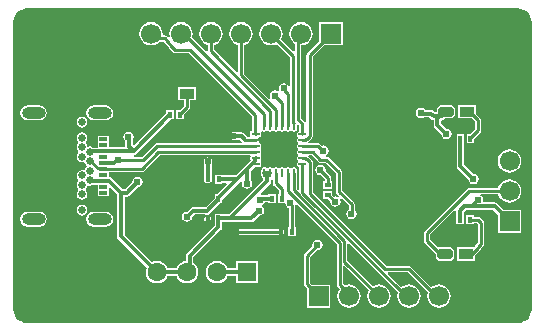
<source format=gtl>
G04*
G04 #@! TF.GenerationSoftware,Altium Limited,Altium Designer,21.0.8 (223)*
G04*
G04 Layer_Physical_Order=1*
G04 Layer_Color=255*
%FSLAX42Y42*%
%MOMM*%
G71*
G04*
G04 #@! TF.SameCoordinates,3342F10C-20B5-45E4-B721-DC8BC5ABD3D0*
G04*
G04*
G04 #@! TF.FilePolarity,Positive*
G04*
G01*
G75*
%ADD14C,0.25*%
G04:AMPARAMS|DCode=15|XSize=1.27mm|YSize=0.89mm|CornerRadius=0mm|HoleSize=0mm|Usage=FLASHONLY|Rotation=180.000|XOffset=0mm|YOffset=0mm|HoleType=Round|Shape=Octagon|*
%AMOCTAGOND15*
4,1,8,-0.64,0.22,-0.64,-0.22,-0.41,-0.44,0.41,-0.44,0.64,-0.22,0.64,0.22,0.41,0.44,-0.41,0.44,-0.64,0.22,0.0*
%
%ADD15OCTAGOND15*%

%ADD16R,1.27X0.89*%
%ADD17R,0.40X0.50*%
%ADD18R,0.50X0.40*%
%ADD19R,0.70X0.35*%
%ADD20R,0.70X0.25*%
%ADD21O,0.70X0.25*%
%ADD22O,0.25X0.70*%
%ADD39C,0.25*%
%ADD40C,0.38*%
%ADD41O,2.00X1.00*%
%ADD42C,0.65*%
%ADD43R,1.70X1.70*%
%ADD44C,1.70*%
%ADD45C,1.60*%
%ADD46R,1.60X1.60*%
%ADD47R,1.70X1.70*%
%ADD48C,0.61*%
G36*
X4101Y2662D02*
X4124Y2653D01*
X4145Y2639D01*
X4163Y2621D01*
X4177Y2600D01*
X4186Y2577D01*
X4191Y2553D01*
Y2540D01*
Y127D01*
Y114D01*
X4186Y90D01*
X4177Y67D01*
X4163Y46D01*
X4145Y28D01*
X4124Y14D01*
X4101Y5D01*
X4077Y0D01*
X-89D01*
X-113Y5D01*
X-136Y14D01*
X-157Y28D01*
X-175Y46D01*
X-189Y67D01*
X-198Y90D01*
X-203Y114D01*
Y127D01*
Y2540D01*
Y2553D01*
X-198Y2577D01*
X-189Y2600D01*
X-175Y2621D01*
X-157Y2639D01*
X-136Y2653D01*
X-113Y2662D01*
X-89Y2667D01*
X4077D01*
X4101Y2662D01*
D02*
G37*
%LPC*%
G36*
X2235Y2550D02*
X2210Y2546D01*
X2186Y2536D01*
X2166Y2521D01*
X2150Y2500D01*
X2140Y2477D01*
X2137Y2451D01*
X2140Y2426D01*
X2150Y2402D01*
X2166Y2381D01*
X2184Y2367D01*
Y2302D01*
X2172Y2297D01*
X2067Y2402D01*
X2076Y2426D01*
X2080Y2451D01*
X2076Y2477D01*
X2067Y2500D01*
X2051Y2521D01*
X2030Y2536D01*
X2007Y2546D01*
X1981Y2550D01*
X1956Y2546D01*
X1932Y2536D01*
X1912Y2521D01*
X1896Y2500D01*
X1886Y2477D01*
X1883Y2451D01*
X1886Y2426D01*
X1896Y2402D01*
X1912Y2381D01*
X1932Y2366D01*
X1956Y2356D01*
X1981Y2353D01*
X2007Y2356D01*
X2030Y2366D01*
X2146Y2250D01*
Y1992D01*
X2133Y1990D01*
X2130Y2004D01*
X2121Y2018D01*
X2107Y2028D01*
X2090Y2031D01*
X2073Y2028D01*
X2059Y2018D01*
X2049Y2004D01*
X2046Y1987D01*
X2049Y1972D01*
X2045Y1968D01*
X2038Y1963D01*
X2033Y1967D01*
X2017Y1970D01*
X2000Y1967D01*
X1985Y1957D01*
X1976Y1943D01*
X1973Y1926D01*
X1976Y1909D01*
X1978Y1905D01*
X1968Y1897D01*
X1753Y2113D01*
Y2356D01*
X1776Y2366D01*
X1797Y2381D01*
X1813Y2402D01*
X1822Y2426D01*
X1826Y2451D01*
X1822Y2477D01*
X1813Y2500D01*
X1797Y2521D01*
X1776Y2536D01*
X1753Y2546D01*
X1727Y2550D01*
X1702Y2546D01*
X1678Y2536D01*
X1658Y2521D01*
X1642Y2500D01*
X1632Y2477D01*
X1629Y2451D01*
X1632Y2426D01*
X1642Y2402D01*
X1658Y2381D01*
X1678Y2366D01*
X1701Y2356D01*
Y2127D01*
X1690Y2122D01*
X1499Y2313D01*
Y2356D01*
X1522Y2366D01*
X1543Y2381D01*
X1559Y2402D01*
X1568Y2426D01*
X1572Y2451D01*
X1568Y2477D01*
X1559Y2500D01*
X1543Y2521D01*
X1522Y2536D01*
X1499Y2546D01*
X1473Y2550D01*
X1448Y2546D01*
X1424Y2536D01*
X1404Y2521D01*
X1388Y2500D01*
X1378Y2477D01*
X1375Y2451D01*
X1378Y2426D01*
X1388Y2402D01*
X1404Y2381D01*
X1424Y2366D01*
X1447Y2356D01*
Y2303D01*
X1445Y2301D01*
X1435Y2297D01*
X1312Y2420D01*
X1314Y2426D01*
X1318Y2451D01*
X1314Y2477D01*
X1305Y2500D01*
X1289Y2521D01*
X1268Y2536D01*
X1245Y2546D01*
X1219Y2550D01*
X1194Y2546D01*
X1170Y2536D01*
X1150Y2521D01*
X1134Y2500D01*
X1124Y2477D01*
X1121Y2451D01*
X1123Y2432D01*
X1114Y2422D01*
X1112Y2421D01*
X1109Y2421D01*
X1109Y2421D01*
X1109Y2421D01*
X1101Y2429D01*
X1100Y2430D01*
X1093Y2434D01*
X1083Y2436D01*
X1071D01*
X1063Y2446D01*
X1064Y2451D01*
X1060Y2477D01*
X1051Y2500D01*
X1035Y2521D01*
X1014Y2536D01*
X991Y2546D01*
X965Y2550D01*
X940Y2546D01*
X916Y2536D01*
X896Y2521D01*
X880Y2500D01*
X870Y2477D01*
X867Y2451D01*
X870Y2426D01*
X880Y2402D01*
X896Y2381D01*
X916Y2366D01*
X940Y2356D01*
X965Y2353D01*
X991Y2356D01*
X1014Y2366D01*
X1035Y2381D01*
X1037Y2384D01*
X1072D01*
X1077Y2380D01*
X1116Y2330D01*
X1117Y2330D01*
X1117Y2329D01*
X1119Y2327D01*
X1120Y2326D01*
X1120Y2326D01*
X1153Y2293D01*
X1161Y2287D01*
X1171Y2286D01*
X1285D01*
X1821Y1749D01*
Y1623D01*
X1805D01*
Y1574D01*
X1787D01*
X1754Y1606D01*
X1744Y1613D01*
X1732Y1615D01*
X1679D01*
X1676Y1617D01*
X1664Y1620D01*
X1651Y1617D01*
X1641Y1610D01*
X1634Y1600D01*
X1631Y1588D01*
X1634Y1575D01*
X1641Y1565D01*
X1645Y1560D01*
X1656Y1553D01*
X1668Y1551D01*
X1718D01*
X1733Y1536D01*
X1727Y1524D01*
X1015D01*
X1005Y1522D01*
X997Y1516D01*
X891Y1410D01*
X822D01*
X821Y1423D01*
X830Y1425D01*
X841Y1432D01*
X1136Y1728D01*
X1161D01*
Y1803D01*
X1096D01*
Y1778D01*
X824Y1507D01*
X811Y1512D01*
Y1552D01*
X815Y1558D01*
X819Y1575D01*
X815Y1592D01*
X806Y1606D01*
X792Y1615D01*
X775Y1619D01*
X758Y1615D01*
X744Y1606D01*
X734Y1592D01*
X731Y1575D01*
X734Y1558D01*
X744Y1544D01*
X747Y1542D01*
Y1493D01*
X741Y1487D01*
X610D01*
Y1585D01*
X514D01*
Y1486D01*
X478D01*
X469Y1492D01*
X451Y1496D01*
X433Y1492D01*
X425Y1502D01*
X424Y1507D01*
X414Y1522D01*
X412Y1525D01*
Y1534D01*
X414Y1537D01*
X424Y1552D01*
X427Y1570D01*
X424Y1587D01*
X414Y1602D01*
X399Y1612D01*
X381Y1616D01*
X363Y1612D01*
X348Y1602D01*
X338Y1587D01*
X335Y1570D01*
X338Y1552D01*
X348Y1537D01*
X350Y1534D01*
Y1525D01*
X348Y1522D01*
X338Y1507D01*
X335Y1490D01*
X338Y1472D01*
X348Y1457D01*
X350Y1454D01*
Y1445D01*
X348Y1442D01*
X338Y1427D01*
X335Y1410D01*
X338Y1392D01*
X348Y1377D01*
X363Y1367D01*
X381Y1364D01*
X399Y1367D01*
X407Y1358D01*
X408Y1352D01*
X418Y1337D01*
X420Y1334D01*
Y1325D01*
X418Y1322D01*
X408Y1307D01*
X407Y1302D01*
X399Y1292D01*
X381Y1296D01*
X363Y1292D01*
X348Y1282D01*
X338Y1267D01*
X335Y1250D01*
X338Y1232D01*
X348Y1217D01*
X350Y1216D01*
Y1203D01*
X348Y1202D01*
X338Y1187D01*
X335Y1170D01*
X338Y1152D01*
X348Y1137D01*
X350Y1134D01*
Y1125D01*
X348Y1122D01*
X338Y1107D01*
X335Y1090D01*
X338Y1072D01*
X348Y1057D01*
X363Y1047D01*
X381Y1044D01*
X399Y1047D01*
X414Y1057D01*
X424Y1072D01*
X427Y1090D01*
X424Y1107D01*
X414Y1122D01*
X412Y1125D01*
Y1134D01*
X414Y1137D01*
X424Y1152D01*
X425Y1158D01*
X433Y1167D01*
X451Y1164D01*
X469Y1167D01*
X478Y1173D01*
X514D01*
Y1074D01*
X610D01*
Y1142D01*
X621Y1147D01*
X679Y1089D01*
Y737D01*
X681Y724D01*
X688Y714D01*
X932Y470D01*
X926Y456D01*
X923Y432D01*
X926Y408D01*
X935Y385D01*
X950Y366D01*
X969Y351D01*
X992Y341D01*
X1016Y338D01*
X1040Y341D01*
X1063Y351D01*
X1082Y366D01*
X1097Y385D01*
X1103Y399D01*
X1183D01*
X1189Y385D01*
X1204Y366D01*
X1223Y351D01*
X1246Y341D01*
X1270Y338D01*
X1294Y341D01*
X1317Y351D01*
X1336Y366D01*
X1351Y385D01*
X1360Y408D01*
X1364Y432D01*
X1360Y456D01*
X1351Y479D01*
X1336Y498D01*
X1325Y506D01*
Y556D01*
X1560Y790D01*
X1567Y800D01*
X1569Y813D01*
Y851D01*
X1569D01*
Y857D01*
X1816D01*
X1828Y859D01*
X1839Y866D01*
X1882Y909D01*
X1896Y912D01*
X1911Y921D01*
X1920Y936D01*
X1924Y952D01*
X1920Y969D01*
X1911Y984D01*
X1906Y987D01*
X1908Y1001D01*
X1909Y1001D01*
X1923Y1010D01*
X1931Y1022D01*
X1954D01*
Y1016D01*
X2020D01*
Y1092D01*
X1954D01*
Y1086D01*
X1908D01*
X1898Y1084D01*
X1897Y1084D01*
X1893Y1097D01*
X1973Y1178D01*
X1980Y1189D01*
X1983Y1201D01*
Y1218D01*
X1987Y1220D01*
X2000Y1213D01*
Y1183D01*
X2001Y1173D01*
X2007Y1165D01*
X2046Y1126D01*
Y1092D01*
X2039D01*
Y1016D01*
X2102D01*
X2102Y1016D01*
X2106Y999D01*
X2115Y985D01*
X2129Y975D01*
X2133Y975D01*
Y812D01*
X2126D01*
Y737D01*
X2192D01*
Y812D01*
X2185D01*
Y996D01*
X2187Y999D01*
X2188Y1003D01*
X2201Y1007D01*
X2540Y669D01*
Y326D01*
X2541Y317D01*
X2547Y308D01*
X2565Y290D01*
X2556Y278D01*
X2546Y254D01*
X2543Y229D01*
X2546Y203D01*
X2556Y179D01*
X2572Y159D01*
X2592Y143D01*
X2616Y133D01*
X2642Y130D01*
X2667Y133D01*
X2691Y143D01*
X2711Y159D01*
X2727Y179D01*
X2737Y203D01*
X2740Y229D01*
X2737Y254D01*
X2727Y278D01*
X2711Y298D01*
X2691Y314D01*
X2667Y324D01*
X2642Y327D01*
X2616Y324D01*
X2608Y320D01*
X2591Y337D01*
Y480D01*
X2603Y485D01*
X2810Y277D01*
X2800Y254D01*
X2797Y229D01*
X2800Y203D01*
X2810Y179D01*
X2826Y159D01*
X2846Y143D01*
X2870Y133D01*
X2896Y130D01*
X2921Y133D01*
X2945Y143D01*
X2965Y159D01*
X2981Y179D01*
X2991Y203D01*
X2994Y229D01*
X2991Y254D01*
X2981Y278D01*
X2965Y298D01*
X2945Y314D01*
X2921Y324D01*
X2896Y327D01*
X2870Y324D01*
X2847Y314D01*
X2629Y531D01*
Y670D01*
X2641Y675D01*
X3057Y260D01*
X3054Y254D01*
X3051Y229D01*
X3054Y203D01*
X3064Y179D01*
X3080Y159D01*
X3100Y143D01*
X3124Y133D01*
X3150Y130D01*
X3175Y133D01*
X3199Y143D01*
X3219Y159D01*
X3235Y179D01*
X3245Y203D01*
X3248Y229D01*
X3245Y254D01*
X3235Y278D01*
X3219Y298D01*
X3199Y314D01*
X3175Y324D01*
X3150Y327D01*
X3124Y324D01*
X3100Y314D01*
X3086Y303D01*
X2970Y420D01*
X2975Y431D01*
X3139D01*
X3311Y260D01*
X3308Y254D01*
X3305Y229D01*
X3308Y203D01*
X3318Y179D01*
X3334Y159D01*
X3354Y143D01*
X3378Y133D01*
X3404Y130D01*
X3429Y133D01*
X3453Y143D01*
X3473Y159D01*
X3489Y179D01*
X3499Y203D01*
X3502Y229D01*
X3499Y254D01*
X3489Y278D01*
X3473Y298D01*
X3453Y314D01*
X3429Y324D01*
X3404Y327D01*
X3378Y324D01*
X3354Y314D01*
X3340Y303D01*
X3168Y476D01*
X3160Y481D01*
X3150Y483D01*
X2960D01*
X2337Y1106D01*
Y1360D01*
X2335Y1370D01*
X2330Y1379D01*
X2304Y1404D01*
X2297Y1409D01*
X2296Y1411D01*
X2301Y1422D01*
X2326D01*
X2382Y1366D01*
X2390Y1360D01*
X2400Y1358D01*
X2440D01*
X2531Y1268D01*
Y1114D01*
X2533Y1104D01*
X2538Y1095D01*
X2559Y1075D01*
X2551Y1065D01*
X2544Y1069D01*
X2527Y1073D01*
X2518Y1071D01*
X2501Y1087D01*
Y1116D01*
X2426D01*
Y1051D01*
X2465D01*
X2484Y1032D01*
X2483Y1029D01*
X2487Y1012D01*
X2496Y998D01*
X2510Y988D01*
X2527Y985D01*
X2544Y988D01*
X2558Y998D01*
X2568Y1012D01*
X2571Y1029D01*
X2568Y1046D01*
X2564Y1052D01*
X2573Y1060D01*
X2638Y996D01*
Y958D01*
X2632Y954D01*
X2622Y940D01*
X2619Y923D01*
X2622Y906D01*
X2632Y892D01*
X2646Y882D01*
X2663Y879D01*
X2680Y882D01*
X2694Y892D01*
X2703Y906D01*
X2707Y923D01*
X2703Y940D01*
X2694Y954D01*
X2690Y957D01*
Y1006D01*
X2688Y1016D01*
X2682Y1025D01*
X2583Y1124D01*
Y1279D01*
X2581Y1289D01*
X2575Y1297D01*
X2469Y1403D01*
X2461Y1408D01*
X2451Y1410D01*
X2451D01*
X2447Y1423D01*
X2457Y1429D01*
X2466Y1444D01*
X2470Y1460D01*
X2466Y1477D01*
X2457Y1492D01*
X2443Y1501D01*
X2426Y1505D01*
X2414Y1502D01*
X2400Y1516D01*
X2391Y1522D01*
X2382Y1524D01*
X2301D01*
X2296Y1535D01*
X2297Y1536D01*
X2304Y1542D01*
X2327Y1564D01*
X2332Y1572D01*
X2334Y1582D01*
Y2259D01*
X2428Y2353D01*
X2587D01*
Y2549D01*
X2392D01*
Y2390D01*
X2290Y2289D01*
X2284Y2280D01*
X2282Y2270D01*
Y1706D01*
X2270Y1702D01*
X2266Y1707D01*
X2236Y1738D01*
Y2353D01*
X2261Y2356D01*
X2284Y2366D01*
X2305Y2381D01*
X2321Y2402D01*
X2330Y2426D01*
X2334Y2451D01*
X2330Y2477D01*
X2321Y2500D01*
X2305Y2521D01*
X2284Y2536D01*
X2261Y2546D01*
X2235Y2550D01*
D02*
G37*
G36*
X3515Y1848D02*
X3419D01*
X3391Y1819D01*
Y1785D01*
X3371D01*
X3360Y1797D01*
X3349Y1804D01*
X3337Y1806D01*
X3284D01*
X3282Y1809D01*
X3268Y1819D01*
X3251Y1822D01*
X3234Y1819D01*
X3220Y1809D01*
X3211Y1795D01*
X3207Y1778D01*
X3211Y1761D01*
X3220Y1747D01*
X3234Y1737D01*
X3251Y1734D01*
X3268Y1737D01*
X3274Y1741D01*
X3323D01*
X3335Y1730D01*
X3345Y1723D01*
X3358Y1720D01*
X3359D01*
Y1676D01*
X3361Y1664D01*
X3368Y1654D01*
X3424Y1598D01*
X3426Y1583D01*
X3436Y1569D01*
X3450Y1560D01*
X3467Y1556D01*
X3484Y1560D01*
X3498Y1569D01*
X3508Y1583D01*
X3511Y1600D01*
X3508Y1617D01*
X3498Y1631D01*
X3484Y1641D01*
X3469Y1644D01*
X3423Y1690D01*
Y1714D01*
X3430Y1720D01*
X3441Y1723D01*
X3452Y1730D01*
X3456Y1734D01*
X3515D01*
X3543Y1762D01*
Y1819D01*
X3515Y1848D01*
D02*
G37*
G36*
X1346Y2000D02*
X1194D01*
Y1886D01*
X1244D01*
Y1838D01*
X1209Y1803D01*
X1181D01*
Y1728D01*
X1246D01*
Y1766D01*
X1288Y1809D01*
X1294Y1817D01*
X1296Y1827D01*
Y1886D01*
X1346D01*
Y2000D01*
D02*
G37*
G36*
X581Y1844D02*
X481D01*
X457Y1839D01*
X436Y1825D01*
X422Y1804D01*
X417Y1780D01*
X422Y1755D01*
X436Y1734D01*
X457Y1721D01*
X481Y1716D01*
X581D01*
X605Y1721D01*
X626Y1734D01*
X640Y1755D01*
X645Y1780D01*
X640Y1804D01*
X626Y1825D01*
X605Y1839D01*
X581Y1844D01*
D02*
G37*
G36*
X21D02*
X-79D01*
X-103Y1839D01*
X-124Y1825D01*
X-138Y1804D01*
X-143Y1780D01*
X-138Y1755D01*
X-124Y1734D01*
X-103Y1721D01*
X-79Y1716D01*
X21D01*
X45Y1721D01*
X66Y1734D01*
X80Y1755D01*
X85Y1780D01*
X80Y1804D01*
X66Y1825D01*
X45Y1839D01*
X21Y1844D01*
D02*
G37*
G36*
X381Y1748D02*
X363Y1745D01*
X348Y1735D01*
X338Y1720D01*
X335Y1702D01*
X338Y1685D01*
X348Y1670D01*
X363Y1660D01*
X381Y1656D01*
X399Y1660D01*
X414Y1670D01*
X424Y1685D01*
X427Y1702D01*
X424Y1720D01*
X414Y1735D01*
X399Y1745D01*
X381Y1748D01*
D02*
G37*
G36*
X3721Y1848D02*
X3569D01*
Y1734D01*
X3684D01*
X3708Y1710D01*
Y1641D01*
X3666Y1600D01*
X3638D01*
Y1524D01*
X3703D01*
Y1563D01*
X3752Y1612D01*
X3758Y1621D01*
X3760Y1631D01*
Y1721D01*
X3758Y1731D01*
X3752Y1739D01*
X3721Y1770D01*
Y1848D01*
D02*
G37*
G36*
X4001Y1470D02*
X3975Y1467D01*
X3951Y1457D01*
X3931Y1441D01*
X3915Y1421D01*
X3905Y1397D01*
X3902Y1372D01*
X3905Y1346D01*
X3915Y1322D01*
X3931Y1302D01*
X3951Y1286D01*
X3975Y1276D01*
X4001Y1273D01*
X4026Y1276D01*
X4050Y1286D01*
X4070Y1302D01*
X4086Y1322D01*
X4096Y1346D01*
X4099Y1372D01*
X4096Y1397D01*
X4086Y1421D01*
X4070Y1441D01*
X4050Y1457D01*
X4026Y1467D01*
X4001Y1470D01*
D02*
G37*
G36*
X3618Y1600D02*
X3553D01*
Y1524D01*
X3553D01*
Y1330D01*
X3555Y1317D01*
X3562Y1307D01*
X3652Y1217D01*
X3655Y1202D01*
X3665Y1188D01*
X3679Y1179D01*
X3696Y1175D01*
X3713Y1179D01*
X3727Y1188D01*
X3736Y1202D01*
X3740Y1219D01*
X3736Y1236D01*
X3727Y1250D01*
X3713Y1260D01*
X3698Y1263D01*
X3618Y1343D01*
Y1524D01*
X3618D01*
Y1600D01*
D02*
G37*
G36*
X2400Y1339D02*
X2383Y1336D01*
X2369Y1327D01*
X2360Y1312D01*
X2356Y1295D01*
X2360Y1279D01*
X2369Y1264D01*
X2383Y1255D01*
X2400Y1251D01*
X2406Y1253D01*
X2438Y1221D01*
Y1201D01*
X2426D01*
Y1136D01*
X2501D01*
Y1201D01*
X2490D01*
Y1232D01*
X2488Y1242D01*
X2482Y1250D01*
X2443Y1289D01*
X2444Y1295D01*
X2441Y1312D01*
X2431Y1327D01*
X2417Y1336D01*
X2400Y1339D01*
D02*
G37*
G36*
X4001Y1216D02*
X3975Y1213D01*
X3951Y1203D01*
X3931Y1187D01*
X3915Y1167D01*
X3905Y1143D01*
X3658D01*
X3648Y1142D01*
X3639Y1136D01*
X3572Y1068D01*
X3572Y1068D01*
X3284Y780D01*
X3278Y772D01*
X3276Y762D01*
Y699D01*
X3278Y689D01*
X3284Y680D01*
X3378Y586D01*
Y555D01*
X3407Y526D01*
X3502D01*
X3531Y555D01*
Y612D01*
X3502Y641D01*
X3407D01*
X3402Y636D01*
X3328Y709D01*
Y751D01*
X3536Y959D01*
X3548Y953D01*
X3547Y951D01*
Y914D01*
X3547D01*
Y839D01*
X3612D01*
Y914D01*
X3612D01*
Y937D01*
X3633Y958D01*
X3860D01*
X3903Y916D01*
Y766D01*
X4098D01*
Y961D01*
X3949D01*
X3896Y1013D01*
X3886Y1021D01*
X3874Y1023D01*
X3787D01*
X3777Y1036D01*
X3778Y1041D01*
X3774Y1058D01*
X3765Y1073D01*
X3755Y1079D01*
X3759Y1092D01*
X3905D01*
X3915Y1068D01*
X3931Y1048D01*
X3951Y1032D01*
X3975Y1022D01*
X4001Y1019D01*
X4026Y1022D01*
X4050Y1032D01*
X4070Y1048D01*
X4086Y1068D01*
X4096Y1092D01*
X4099Y1118D01*
X4096Y1143D01*
X4086Y1167D01*
X4070Y1187D01*
X4050Y1203D01*
X4026Y1213D01*
X4001Y1216D01*
D02*
G37*
G36*
X381Y1003D02*
X363Y1000D01*
X348Y990D01*
X338Y975D01*
X335Y957D01*
X338Y940D01*
X348Y925D01*
X363Y915D01*
X381Y911D01*
X399Y915D01*
X414Y925D01*
X424Y940D01*
X427Y957D01*
X424Y975D01*
X414Y990D01*
X399Y1000D01*
X381Y1003D01*
D02*
G37*
G36*
X581Y944D02*
X481D01*
X457Y939D01*
X436Y925D01*
X422Y904D01*
X417Y880D01*
X422Y855D01*
X436Y834D01*
X457Y821D01*
X481Y816D01*
X581D01*
X605Y821D01*
X626Y834D01*
X640Y855D01*
X645Y880D01*
X640Y904D01*
X626Y925D01*
X605Y939D01*
X581Y944D01*
D02*
G37*
G36*
X21D02*
X-79D01*
X-103Y939D01*
X-124Y925D01*
X-138Y904D01*
X-143Y880D01*
X-138Y855D01*
X-124Y834D01*
X-103Y821D01*
X-79Y816D01*
X21D01*
X45Y821D01*
X66Y834D01*
X80Y855D01*
X85Y880D01*
X80Y904D01*
X66Y925D01*
X45Y939D01*
X21Y944D01*
D02*
G37*
G36*
X2069Y801D02*
X2069Y801D01*
X1689D01*
X1679Y799D01*
X1671Y793D01*
X1671Y793D01*
X1665Y785D01*
X1663Y775D01*
X1665Y765D01*
X1671Y756D01*
X1679Y751D01*
X1689Y749D01*
X1689Y749D01*
X2069D01*
X2079Y751D01*
X2087Y756D01*
X2087Y756D01*
X2093Y765D01*
X2095Y775D01*
X2093Y785D01*
X2087Y793D01*
X2079Y799D01*
X2069Y801D01*
D02*
G37*
G36*
X2375Y704D02*
X2358Y701D01*
X2344Y692D01*
X2334Y677D01*
X2331Y660D01*
X2332Y654D01*
X2268Y590D01*
X2262Y581D01*
X2260Y572D01*
Y330D01*
X2262Y320D01*
X2268Y312D01*
X2290Y290D01*
Y131D01*
X2485D01*
Y326D01*
X2327D01*
X2312Y341D01*
Y561D01*
X2369Y618D01*
X2375Y616D01*
X2392Y620D01*
X2406Y629D01*
X2416Y644D01*
X2419Y660D01*
X2416Y677D01*
X2406Y692D01*
X2392Y701D01*
X2375Y704D01*
D02*
G37*
G36*
X3697Y914D02*
X3632D01*
Y839D01*
X3697D01*
Y850D01*
X3723D01*
X3733Y840D01*
Y684D01*
X3715Y666D01*
X3710Y658D01*
X3708Y648D01*
Y646D01*
X3703Y641D01*
X3556D01*
Y526D01*
X3708D01*
Y573D01*
X3752Y617D01*
X3758Y625D01*
X3760Y635D01*
Y637D01*
X3778Y655D01*
X3783Y663D01*
X3785Y673D01*
Y851D01*
X3783Y861D01*
X3778Y869D01*
X3752Y895D01*
X3744Y900D01*
X3734Y902D01*
X3697D01*
Y914D01*
D02*
G37*
G36*
X1524Y525D02*
X1500Y522D01*
X1477Y513D01*
X1458Y498D01*
X1443Y479D01*
X1434Y456D01*
X1431Y432D01*
X1434Y408D01*
X1443Y385D01*
X1458Y366D01*
X1477Y351D01*
X1500Y341D01*
X1524Y338D01*
X1548Y341D01*
X1571Y351D01*
X1590Y366D01*
X1605Y385D01*
X1611Y399D01*
X1685D01*
Y339D01*
X1871D01*
Y524D01*
X1685D01*
Y464D01*
X1611D01*
X1605Y479D01*
X1590Y498D01*
X1571Y513D01*
X1548Y522D01*
X1524Y525D01*
D02*
G37*
%LPD*%
G36*
X2222Y1678D02*
Y1623D01*
X2216Y1622D01*
X2207Y1616D01*
X2202Y1608D01*
X2200Y1598D01*
X2202Y1588D01*
X2207Y1580D01*
Y1566D01*
X2202Y1558D01*
X2200Y1548D01*
X2202Y1538D01*
X2207Y1530D01*
Y1516D01*
X2202Y1508D01*
X2200Y1498D01*
X2202Y1488D01*
X2207Y1480D01*
Y1466D01*
X2202Y1458D01*
X2200Y1448D01*
X2202Y1438D01*
X2207Y1430D01*
Y1416D01*
X2202Y1408D01*
X2200Y1398D01*
X2202Y1388D01*
X2207Y1380D01*
Y1366D01*
X2202Y1358D01*
X2200Y1348D01*
X2202Y1338D01*
X2207Y1330D01*
X2216Y1324D01*
X2222Y1323D01*
Y1130D01*
X2210Y1125D01*
X2201Y1134D01*
Y1275D01*
X2201Y1276D01*
Y1298D01*
X2199Y1308D01*
X2194Y1316D01*
X2185Y1322D01*
X2175Y1323D01*
X2166Y1322D01*
X2157Y1316D01*
X2144D01*
X2135Y1322D01*
X2125Y1323D01*
X2116Y1322D01*
X2107Y1316D01*
X2094D01*
X2085Y1322D01*
X2075Y1323D01*
X2066Y1322D01*
X2057Y1316D01*
X2044D01*
X2035Y1322D01*
X2025Y1323D01*
X2016Y1322D01*
X2007Y1316D01*
X1994D01*
X1985Y1322D01*
X1975Y1323D01*
X1966Y1322D01*
X1958Y1317D01*
X1956Y1316D01*
X1945D01*
X1942Y1317D01*
X1935Y1322D01*
X1925Y1323D01*
X1916Y1322D01*
X1907Y1316D01*
X1902Y1308D01*
X1900Y1298D01*
Y1294D01*
X1895Y1288D01*
X1893Y1275D01*
X1895Y1263D01*
X1900Y1257D01*
Y1253D01*
X1902Y1243D01*
X1907Y1235D01*
X1916Y1229D01*
X1918Y1229D01*
Y1215D01*
X1625Y921D01*
X1569D01*
Y927D01*
X1504D01*
Y851D01*
X1504D01*
Y826D01*
X1270Y592D01*
X1263Y581D01*
X1260Y569D01*
Y524D01*
X1246Y522D01*
X1223Y513D01*
X1204Y498D01*
X1189Y479D01*
X1183Y464D01*
X1103D01*
X1097Y479D01*
X1082Y498D01*
X1063Y513D01*
X1040Y522D01*
X1016Y525D01*
X992Y522D01*
X977Y516D01*
X744Y750D01*
Y1071D01*
X760D01*
X772Y1073D01*
X783Y1080D01*
X853Y1150D01*
X868Y1153D01*
X882Y1163D01*
X892Y1177D01*
X895Y1194D01*
X892Y1211D01*
X882Y1225D01*
X868Y1234D01*
X851Y1238D01*
X834Y1234D01*
X820Y1225D01*
X810Y1211D01*
X807Y1196D01*
X747Y1135D01*
X725D01*
X633Y1227D01*
X623Y1234D01*
X610Y1236D01*
X610D01*
Y1279D01*
X886D01*
X896Y1281D01*
X904Y1286D01*
X1039Y1422D01*
X1801D01*
X1808Y1409D01*
X1807Y1408D01*
X1805Y1398D01*
X1807Y1388D01*
X1812Y1380D01*
X1750Y1318D01*
X1683Y1252D01*
X1570D01*
Y1257D01*
X1505D01*
Y1181D01*
X1570D01*
Y1187D01*
X1602D01*
X1607Y1175D01*
X1524Y1092D01*
X1504D01*
Y1062D01*
X1427Y985D01*
X1324D01*
X1312Y982D01*
X1301Y975D01*
X1271Y945D01*
X1270Y946D01*
X1253Y942D01*
X1239Y933D01*
X1229Y919D01*
X1226Y902D01*
X1229Y885D01*
X1239Y871D01*
X1253Y861D01*
X1270Y858D01*
X1287Y861D01*
X1301Y871D01*
X1311Y885D01*
X1313Y895D01*
X1338Y920D01*
X1425D01*
X1429Y907D01*
X1428Y907D01*
X1423Y902D01*
X1418Y894D01*
X1416Y884D01*
Y850D01*
X1413Y845D01*
X1411Y835D01*
X1413Y826D01*
X1418Y817D01*
X1427Y811D01*
X1437Y810D01*
X1446Y811D01*
X1455Y817D01*
X1460Y822D01*
X1466Y831D01*
X1468Y840D01*
Y874D01*
X1471Y879D01*
X1473Y889D01*
X1471Y899D01*
X1465Y907D01*
X1458Y912D01*
X1457Y920D01*
X1457Y926D01*
X1463Y930D01*
X1550Y1016D01*
X1569D01*
Y1046D01*
X1726Y1203D01*
X1730Y1202D01*
X1737Y1195D01*
X1734Y1181D01*
X1737Y1164D01*
X1747Y1150D01*
X1761Y1140D01*
X1778Y1137D01*
X1795Y1140D01*
X1809Y1150D01*
X1819Y1164D01*
X1822Y1181D01*
X1819Y1198D01*
X1810Y1210D01*
Y1287D01*
X1845Y1322D01*
X1875D01*
X1885Y1324D01*
X1894Y1330D01*
X1899Y1338D01*
X1901Y1348D01*
X1899Y1358D01*
X1894Y1366D01*
Y1380D01*
X1899Y1388D01*
X1901Y1398D01*
X1899Y1408D01*
X1894Y1416D01*
Y1430D01*
X1899Y1438D01*
X1901Y1448D01*
X1899Y1458D01*
X1894Y1466D01*
Y1480D01*
X1899Y1488D01*
X1901Y1498D01*
X1899Y1508D01*
X1894Y1516D01*
X1885Y1522D01*
X1882Y1522D01*
X1876Y1535D01*
X1876Y1536D01*
X1877Y1538D01*
X1879Y1548D01*
X1877Y1558D01*
X1875Y1560D01*
X1882Y1573D01*
X1901D01*
Y1619D01*
X1912Y1627D01*
X1916Y1624D01*
X1925Y1622D01*
X1935Y1624D01*
X1944Y1630D01*
X1957D01*
X1966Y1624D01*
X1975Y1622D01*
X1985Y1624D01*
X1994Y1630D01*
X2007D01*
X2016Y1624D01*
X2025Y1622D01*
X2035Y1624D01*
X2044Y1630D01*
X2057D01*
X2066Y1624D01*
X2075Y1622D01*
X2085Y1624D01*
X2094Y1630D01*
X2107D01*
X2116Y1624D01*
X2125Y1622D01*
X2135Y1624D01*
X2144Y1630D01*
X2157D01*
X2166Y1624D01*
X2175Y1622D01*
X2185Y1624D01*
X2194Y1630D01*
X2199Y1638D01*
X2201Y1648D01*
Y1681D01*
X2212Y1686D01*
X2222Y1678D01*
D02*
G37*
%LPC*%
G36*
X1448Y1404D02*
X1435Y1402D01*
X1425Y1394D01*
X1418Y1384D01*
X1415Y1372D01*
Y1219D01*
X1418Y1207D01*
X1425Y1196D01*
X1435Y1189D01*
X1448Y1187D01*
X1460Y1189D01*
X1471Y1196D01*
X1478Y1207D01*
X1480Y1219D01*
Y1372D01*
X1478Y1384D01*
X1471Y1394D01*
X1460Y1402D01*
X1448Y1404D01*
D02*
G37*
%LPD*%
D14*
X1437Y835D02*
X1442Y840D01*
Y884D02*
X1447Y889D01*
X1442Y840D02*
Y884D01*
X2069Y775D02*
X2069Y775D01*
X1689Y775D02*
X2069D01*
X1689Y775D02*
X1689Y775D01*
X1767Y1548D02*
X1853D01*
X1765Y1549D02*
X1767Y1548D01*
X686Y1384D02*
X902D01*
X1848Y1598D02*
X1853D01*
X1847Y1598D02*
X1848Y1598D01*
X1015Y1498D02*
X1853D01*
X902Y1384D02*
X1015Y1498D01*
X1171Y2311D02*
X1295D01*
X1138Y2344D02*
X1171Y2311D01*
X1111Y2378D02*
X1136Y2346D01*
X1138Y2344D01*
X1295Y2311D02*
X1847Y1759D01*
X1096Y2397D02*
X1096Y2397D01*
X1095Y2398D02*
X1096Y2397D01*
X1096Y2397D02*
X1111Y2378D01*
X1091Y2403D02*
X1095Y2398D01*
X1083Y2410D02*
X1091Y2403D01*
X1006Y2410D02*
X1083D01*
X999Y2418D02*
X999Y2418D01*
X965Y2451D02*
X999Y2418D01*
X999Y2418D02*
X1006Y2410D01*
X2663Y923D02*
X2664Y924D01*
Y1006D01*
X2090Y1977D02*
X2125Y1942D01*
Y1670D02*
Y1942D01*
X2090Y1977D02*
Y1987D01*
X2286Y572D02*
X2375Y660D01*
X2286Y330D02*
Y572D01*
Y330D02*
X2388Y229D01*
X2524Y1029D02*
X2527D01*
X2469Y1083D02*
X2524Y1029D01*
X2464Y1168D02*
Y1232D01*
Y1083D02*
X2469D01*
X2400Y1295D02*
X2464Y1232D01*
X2159Y775D02*
Y996D01*
X2146Y1009D02*
X2159Y996D01*
X2146Y1009D02*
Y1016D01*
X2382Y1498D02*
X2419Y1460D01*
X2426D01*
X2248Y1498D02*
X2382D01*
X2337Y1448D02*
X2400Y1384D01*
X2248Y1448D02*
X2337D01*
X2451Y1384D02*
X2557Y1279D01*
Y1114D02*
Y1279D01*
X2400Y1384D02*
X2451D01*
X886Y1305D02*
X1029Y1448D01*
X1853D01*
X562Y1305D02*
X886D01*
X2072Y1054D02*
Y1136D01*
X2025Y1183D02*
X2072Y1136D01*
X2025Y1183D02*
Y1275D01*
X2557Y1114D02*
X2664Y1006D01*
X2017Y1926D02*
X2075Y1867D01*
Y1670D02*
Y1867D01*
X2125Y1670D02*
X2125Y1670D01*
X3759Y673D02*
Y851D01*
X3664Y876D02*
X3734D01*
X3759Y851D01*
X3590Y1050D02*
X3658Y1118D01*
X4001D01*
X3590Y1050D02*
X3590D01*
X3302Y762D02*
X3590Y1050D01*
X3302Y699D02*
Y762D01*
Y699D02*
X3416Y584D01*
X3378Y229D02*
X3404D01*
X3150Y457D02*
X3378Y229D01*
X2949Y457D02*
X3150D01*
X2311Y1095D02*
X2949Y457D01*
X2311Y1095D02*
Y1360D01*
X2270Y1398D02*
X2282Y1386D01*
X2286D01*
X2311Y1360D01*
X2248Y1398D02*
X2270D01*
X2248Y1105D02*
Y1348D01*
X2175Y1124D02*
Y1275D01*
X2125Y1120D02*
Y1275D01*
X2603Y521D02*
Y695D01*
X3124Y229D02*
X3150D01*
X2175Y1124D02*
X2603Y695D01*
X2565Y326D02*
Y680D01*
X2125Y1120D02*
X2565Y680D01*
X2248Y1105D02*
X3124Y229D01*
X2603Y521D02*
X2896Y229D01*
X2642D02*
Y250D01*
X2565Y326D02*
X2642Y250D01*
X3683Y584D02*
X3734Y635D01*
X3670Y584D02*
X3683D01*
X3734Y635D02*
Y648D01*
X3759Y673D01*
X3670Y1567D02*
X3734Y1631D01*
X3670Y1562D02*
Y1567D01*
X3734Y1631D02*
Y1721D01*
X3645Y1791D02*
X3664D01*
X3734Y1721D01*
X451Y1370D02*
X453D01*
X513Y1310D01*
X557D01*
X562Y1305D01*
X1853Y1398D02*
X1853Y1398D01*
X1213Y1770D02*
X1270Y1827D01*
Y1943D01*
X1213Y1765D02*
Y1770D01*
X1847Y1598D02*
Y1759D01*
X2172Y1696D02*
Y2261D01*
Y1696D02*
X2175Y1693D01*
X1981Y2451D02*
X2172Y2261D01*
X2210Y1727D02*
X2248Y1689D01*
X2210Y2426D02*
X2235Y2451D01*
X2210Y1727D02*
Y2426D01*
X2308Y2270D02*
X2489Y2451D01*
X2308Y1582D02*
Y2270D01*
X1727Y2102D02*
Y2451D01*
X1473Y2302D02*
X1975Y1800D01*
Y1670D02*
Y1800D01*
X2025Y1670D02*
Y1804D01*
X1727Y2102D02*
X2025Y1804D01*
X1473Y2302D02*
Y2451D01*
X2282Y1560D02*
X2286D01*
X2308Y1582D01*
X2270Y1548D02*
X2282Y1560D01*
X2248Y1548D02*
X2270D01*
X2248Y1598D02*
Y1689D01*
X1219Y2451D02*
X1245D01*
X1925Y1670D02*
Y1770D01*
X1245Y2451D02*
X1925Y1770D01*
D15*
X3454Y584D02*
D03*
X1092Y1943D02*
D03*
X3467Y1791D02*
D03*
D16*
X3632Y584D02*
D03*
X1270Y1943D02*
D03*
X3645Y1791D02*
D03*
D17*
X1448Y1219D02*
D03*
X1538Y1219D02*
D03*
X3579Y876D02*
D03*
X3664D02*
D03*
X2069Y775D02*
D03*
X2159Y775D02*
D03*
X2072Y1054D02*
D03*
X1987D02*
D03*
X1537Y889D02*
D03*
X1447Y889D02*
D03*
X1537Y1054D02*
D03*
X1447Y1054D02*
D03*
X1128Y1765D02*
D03*
X1213D02*
D03*
X3585Y1562D02*
D03*
X3670D02*
D03*
D18*
X2464Y1083D02*
D03*
Y1168D02*
D03*
D19*
X562Y1055D02*
D03*
Y1105D02*
D03*
Y1155D02*
D03*
Y1205D02*
D03*
Y1255D02*
D03*
Y1305D02*
D03*
Y1355D02*
D03*
Y1405D02*
D03*
Y1455D02*
D03*
Y1505D02*
D03*
Y1555D02*
D03*
Y1605D02*
D03*
D20*
X1853Y1598D02*
D03*
D21*
Y1548D02*
D03*
Y1498D02*
D03*
Y1448D02*
D03*
Y1398D02*
D03*
Y1348D02*
D03*
X2248D02*
D03*
Y1398D02*
D03*
Y1448D02*
D03*
Y1498D02*
D03*
Y1548D02*
D03*
Y1598D02*
D03*
D22*
X1925Y1275D02*
D03*
X1975D02*
D03*
X2025D02*
D03*
X2075D02*
D03*
X2125D02*
D03*
X2175D02*
D03*
Y1670D02*
D03*
X2125D02*
D03*
X2075D02*
D03*
X2025D02*
D03*
X1975D02*
D03*
X1925D02*
D03*
D39*
X1091Y2403D02*
D03*
D40*
X1638Y889D02*
X1950Y1201D01*
X1816Y889D02*
X1880Y952D01*
X1537Y889D02*
X1638D01*
X1816D01*
X775Y1575D02*
X779Y1570D01*
Y1493D02*
Y1570D01*
Y1493D02*
X818Y1455D01*
X680Y1384D02*
X686D01*
X651Y1355D02*
X680Y1384D01*
X563Y1355D02*
X651D01*
X760Y1103D02*
X851Y1194D01*
X711Y1103D02*
X760D01*
X1664Y1588D02*
X1668Y1583D01*
X1732D02*
X1765Y1549D01*
X1668Y1583D02*
X1732D01*
X1448Y1219D02*
Y1372D01*
X3358Y1753D02*
X3416D01*
X3256Y1774D02*
X3337D01*
X3358Y1753D01*
X3251Y1778D02*
X3256Y1774D01*
X562Y1455D02*
X818D01*
X1122Y1759D01*
X1925Y1275D02*
X1950D01*
X1975D01*
X1950Y1201D02*
Y1275D01*
X3585Y1330D02*
Y1562D01*
Y1330D02*
X3696Y1219D01*
X1896Y1041D02*
X1908Y1054D01*
X1892Y1041D02*
X1896D01*
X1908Y1054D02*
X1987D01*
X711Y737D02*
X1016Y432D01*
X610Y1204D02*
X711Y1103D01*
Y737D02*
Y1103D01*
X562Y1205D02*
X563Y1204D01*
X610D01*
X1778Y1181D02*
Y1290D01*
X1773Y1295D02*
X1848Y1371D01*
X1773Y1295D02*
X1778Y1290D01*
X1697Y1219D02*
X1773Y1295D01*
X3416Y1753D02*
X3429D01*
X3391Y1727D02*
X3416Y1753D01*
X3429D02*
X3467Y1791D01*
X3391Y1676D02*
Y1727D01*
Y1676D02*
X3467Y1600D01*
X3680Y991D02*
X3874D01*
X3680D02*
X3730Y1041D01*
X3734D01*
X3619Y991D02*
X3680D01*
X3579Y876D02*
Y951D01*
X3619Y991D01*
X3874D02*
X4001Y864D01*
X562Y1355D02*
X563Y1355D01*
X451Y1210D02*
X455Y1205D01*
X561D01*
X562Y1205D01*
X455Y1454D02*
X561D01*
X562Y1455D01*
X451Y1450D02*
X455Y1454D01*
X1128Y1760D02*
Y1765D01*
X1127Y1759D02*
X1128Y1760D01*
X1122Y1759D02*
X1127D01*
X1270Y902D02*
X1273D01*
X1324Y952D01*
X1537Y813D02*
Y889D01*
X1293Y455D02*
Y569D01*
X1270Y432D02*
X1293Y455D01*
Y569D02*
X1537Y813D01*
X1324Y952D02*
X1440D01*
X1537Y1049D01*
Y1054D01*
Y1059D02*
X1697Y1219D01*
X1538D02*
X1697D01*
X1848Y1393D02*
X1853Y1398D01*
X1537Y1054D02*
Y1059D01*
X1848Y1371D02*
Y1393D01*
X1524Y432D02*
X1778D01*
X1016D02*
X1270D01*
D41*
X-29Y880D02*
D03*
X531D02*
D03*
X-29Y1780D02*
D03*
X531D02*
D03*
D42*
X381Y1090D02*
D03*
Y1170D02*
D03*
Y1250D02*
D03*
Y1570D02*
D03*
Y1490D02*
D03*
Y1410D02*
D03*
X451Y1290D02*
D03*
Y1210D02*
D03*
Y1025D02*
D03*
Y1635D02*
D03*
Y1450D02*
D03*
Y1370D02*
D03*
X381Y957D02*
D03*
Y1702D02*
D03*
D43*
X2388Y229D02*
D03*
X2489Y2451D02*
D03*
D44*
X2642Y229D02*
D03*
X2896D02*
D03*
X3150D02*
D03*
X3404D02*
D03*
X4001Y1626D02*
D03*
Y1372D02*
D03*
Y1118D02*
D03*
X1219Y2451D02*
D03*
X1473D02*
D03*
X1727D02*
D03*
X1981D02*
D03*
X2235D02*
D03*
X965D02*
D03*
D45*
X1016Y432D02*
D03*
Y178D02*
D03*
X1270D02*
D03*
Y432D02*
D03*
X1524Y178D02*
D03*
Y432D02*
D03*
X1778Y178D02*
D03*
D46*
Y432D02*
D03*
D47*
X4001Y864D02*
D03*
D48*
X1437Y835D02*
D03*
X1689Y775D02*
D03*
X775Y1575D02*
D03*
X686Y1384D02*
D03*
X851Y1194D02*
D03*
X1664Y1588D02*
D03*
X1448Y1372D02*
D03*
X2663Y923D02*
D03*
X3251Y1778D02*
D03*
X2090Y1987D02*
D03*
X2400Y1295D02*
D03*
X2527Y1029D02*
D03*
X3696Y1219D02*
D03*
X2146Y1016D02*
D03*
X1892Y1041D02*
D03*
X2426Y1460D02*
D03*
X1778Y1181D02*
D03*
X1880Y952D02*
D03*
X2017Y1926D02*
D03*
X3467Y1600D02*
D03*
X3734Y1041D02*
D03*
X2375Y660D02*
D03*
X1270Y902D02*
D03*
M02*

</source>
